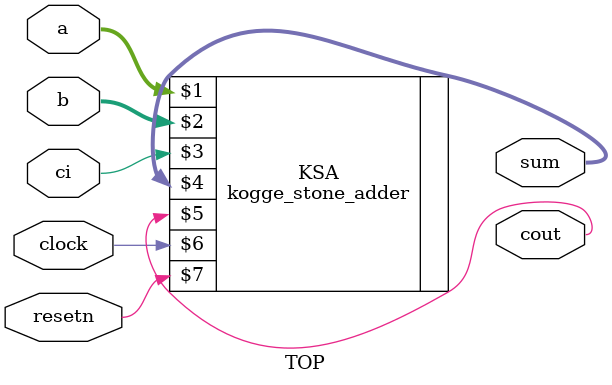
<source format=v>
module TOP (a, b, ci, sum, cout, clock, resetn);

	input [15:1] a;
    input [15:1] b;
    input ci;
    output [15:1] sum;
    output cout;
    input clock;
	input resetn;

    // Uncomment the module you want to run
    // carry_ripple_adder CRA(a, b, ci, sum, cout, clock, resetn);
    // carry_lookahead_adder CLA(a, b, ci, sum, cout, clock, resetn);
    kogge_stone_adder KSA (a, b, ci, sum, cout, clock, resetn);
    // pipe_carry_ripple_adder PCRA(a, b, ci, sum, cout, clock, resetn);
    // pipe_carry_lookahead_adder PCLA(a, b, ci, sum, cout, clock, resetn);
    // pipe_kogge_stone_adder PKSA(a, b, ci, sum, cout, clock, resetn);

endmodule
</source>
